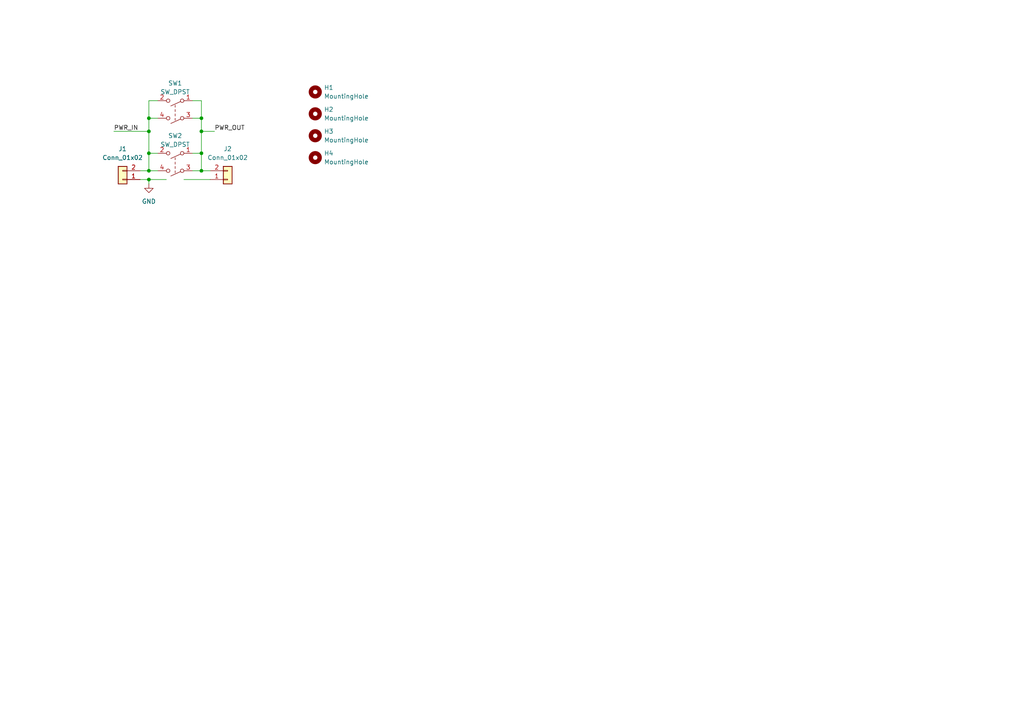
<source format=kicad_sch>
(kicad_sch (version 20230121) (generator eeschema)
  (paper "A4")
  (lib_symbols
    (symbol "Connector_Generic:Conn_01x02" (pin_names (offset 1.016) hide)
      (property "Reference" "J" (at 0 2.54 0))
      (property "Value" "Conn_01x02" (at 0 -5.08 0))
      (symbol "Conn_01x02_1_1"
        (rectangle (start -1.27 -2.413) (end 0 -2.667) (stroke (width 0.1524)))
        (rectangle (start -1.27 0.127) (end 0 -0.127) (stroke (width 0.1524)))
        (rectangle (start -1.27 1.27) (end 1.27 -3.81) (stroke (width 0.254)) (fill (type background)))
        (pin passive line (at -5.08 0 0) (length 3.81) (name "Pin_1") (number "1"))
        (pin passive line (at -5.08 -2.54 0) (length 3.81) (name "Pin_2") (number "2"))
      )
    )
    (symbol "Mechanical:MountingHole" (pin_names (offset 1.016))
      (property "Reference" "H" (at 0 5.08 0))
      (property "Value" "MountingHole" (at 0 3.175 0))
      (symbol "MountingHole_0_1"
        (circle (center 0 0) (radius 1.27) (stroke (width 1.27)))
      )
    )
    (symbol "Switch:SW_DPST" (pin_names (offset 0) hide)
      (property "Reference" "SW" (at 0 5.08 0))
      (property "Value" "SW_DPST" (at 0 -5.08 0))
      (symbol "SW_DPST_0_0"
        (circle (center -2.032 -2.54) (radius 0.508))
        (circle (center -2.032 2.54) (radius 0.508))
        (polyline (pts (xy -1.524 -2.286) (xy 1.27 -1.016)))
        (polyline (pts (xy -1.524 2.794) (xy 1.27 4.064)))
        (polyline (pts (xy 0 -1.27) (xy 0 -0.635)))
        (polyline (pts (xy 0 0) (xy 0 0.635)))
        (polyline (pts (xy 0 1.27) (xy 0 1.905)))
        (polyline (pts (xy 0 2.54) (xy 0 3.175)))
        (circle (center 2.032 -2.54) (radius 0.508))
        (circle (center 2.032 2.54) (radius 0.508))
      )
      (symbol "SW_DPST_1_1"
        (pin passive line (at -5.08 -2.54 0) (length 2.54) (name "1") (number "1"))
        (pin passive line (at 5.08 -2.54 180) (length 2.54) (name "2") (number "2"))
        (pin passive line (at -5.08 2.54 0) (length 2.54) (name "3") (number "3"))
        (pin passive line (at 5.08 2.54 180) (length 2.54) (name "4") (number "4"))
      )
    )
    (symbol "power:GND" (power) (pin_names (offset 0))
      (property "Value" "GND" (at 0 -3.81 0))
      (symbol "GND_0_1"
        (polyline (pts (xy 0 0) (xy 0 -1.27) (xy 1.27 -1.27) (xy 0 -2.54) (xy -1.27 -1.27) (xy 0 -1.27)))
      )
      (symbol "GND_1_1"
        (pin power_in line (at 0 0 270) (length 0) hide (name "GND") (number "1"))
      )
    )
  )
  (junction (at 43.18 52.07))
  (junction (at 43.18 34.29))
  (junction (at 58.42 38.1))
  (junction (at 58.42 49.53))
  (junction (at 58.42 44.45))
  (junction (at 43.18 38.1))
  (junction (at 43.18 44.45))
  (junction (at 43.18 49.53))
  (junction (at 58.42 34.29))
  (wire (pts (xy 58.42 49.53) (xy 60.96 49.53)))
  (wire (pts (xy 43.18 49.53) (xy 45.72 49.53)))
  (wire (pts (xy 40.64 52.07) (xy 43.18 52.07)))
  (wire (pts (xy 55.88 49.53) (xy 58.42 49.53)))
  (wire (pts (xy 53.34 52.07) (xy 60.96 52.07)))
  (wire (pts (xy 40.64 49.53) (xy 43.18 49.53)))
  (wire (pts (xy 43.18 52.07) (xy 43.18 53.34)))
  (wire (pts (xy 45.72 29.21) (xy 43.18 29.21)))
  (wire (pts (xy 43.18 34.29) (xy 43.18 38.1)))
  (wire (pts (xy 58.42 29.21) (xy 58.42 34.29)))
  (wire (pts (xy 58.42 44.45) (xy 58.42 49.53)))
  (wire (pts (xy 45.72 44.45) (xy 43.18 44.45)))
  (wire (pts (xy 62.23 38.1) (xy 58.42 38.1)))
  (wire (pts (xy 55.88 34.29) (xy 58.42 34.29)))
  (wire (pts (xy 58.42 34.29) (xy 58.42 38.1)))
  (wire (pts (xy 43.18 38.1) (xy 43.18 44.45)))
  (wire (pts (xy 58.42 38.1) (xy 58.42 44.45)))
  (wire (pts (xy 43.18 44.45) (xy 43.18 49.53)))
  (wire (pts (xy 33.02 38.1) (xy 43.18 38.1)))
  (wire (pts (xy 43.18 52.07) (xy 48.26 52.07)))
  (wire (pts (xy 55.88 29.21) (xy 58.42 29.21)))
  (wire (pts (xy 45.72 34.29) (xy 43.18 34.29)))
  (wire (pts (xy 55.88 44.45) (xy 58.42 44.45)))
  (wire (pts (xy 43.18 29.21) (xy 43.18 34.29)))
  (label "PWR_IN" (at 33.02 38.1 0))
  (label "PWR_OUT" (at 62.23 38.1 0))
  (symbol (lib_id "Switch:SW_DPST") (at 50.8 46.99 180) (unit 1)
    (property "Reference" "SW2" (at 50.8 39.37 0))
    (property "Value" "SW_DPST" (at 50.8 41.91 0))
    (property "Footprint" "cube-batteryboard:L201011MS02Q" (effects hide))
  )
  (symbol (lib_id "Switch:SW_DPST") (at 50.8 31.75 180) (unit 1)
    (property "Reference" "SW1" (at 50.8 24.13 0))
    (property "Value" "SW_DPST" (at 50.8 26.67 0))
    (property "Footprint" "cube-batteryboard:L201011MS02Q" (effects hide))
  )
  (symbol (lib_id "power:GND") (at 43.18 53.34 0) (unit 1)
    (property "Reference" "#PWR01" (effects hide))
    (property "Value" "GND" (at 43.18 58.42 0))
  )
  (symbol (lib_id "Mechanical:MountingHole") (at 91.44 45.72 0) (unit 1)
    (property "Reference" "H4" (at 93.98 44.45 0) (effects (justify left)))
    (property "Value" "MountingHole" (at 93.98 46.99 0) (effects (justify left)))
    (property "Footprint" "MountingHole:MountingHole_3.2mm_M3_DIN965_Pad" (effects hide))
  )
  (symbol (lib_id "Mechanical:MountingHole") (at 91.44 26.67 0) (unit 1)
    (property "Reference" "H1" (at 93.98 25.4 0) (effects (justify left)))
    (property "Value" "MountingHole" (at 93.98 27.94 0) (effects (justify left)))
    (property "Footprint" "MountingHole:MountingHole_3.2mm_M3_DIN965_Pad" (effects hide))
  )
  (symbol (lib_id "Connector_Generic:Conn_01x02") (at 35.56 52.07 180) (unit 1)
    (property "Reference" "J1" (at 35.56 43.18 0))
    (property "Value" "Conn_01x02" (at 35.56 45.72 0))
    (property "Footprint" "Connector_AMASS:AMASS_XT60-M_1x02_P7.20mm_Vertical" (effects hide))
  )
  (symbol (lib_id "Mechanical:MountingHole") (at 91.44 33.02 0) (unit 1)
    (property "Reference" "H2" (at 93.98 31.75 0) (effects (justify left)))
    (property "Value" "MountingHole" (at 93.98 34.29 0) (effects (justify left)))
    (property "Footprint" "MountingHole:MountingHole_3.2mm_M3_DIN965_Pad" (effects hide))
  )
  (symbol (lib_id "Mechanical:MountingHole") (at 91.44 39.37 0) (unit 1)
    (property "Reference" "H3" (at 93.98 38.1 0) (effects (justify left)))
    (property "Value" "MountingHole" (at 93.98 40.64 0) (effects (justify left)))
    (property "Footprint" "MountingHole:MountingHole_3.2mm_M3_DIN965_Pad" (effects hide))
  )
  (symbol (lib_id "Connector_Generic:Conn_01x02") (at 66.04 52.07 0) (mirror x) (unit 1)
    (property "Reference" "J2" (at 66.04 43.18 0))
    (property "Value" "Conn_01x02" (at 66.04 45.72 0))
    (property "Footprint" "Connector_AMASS:AMASS_XT60-F_1x02_P7.20mm_Vertical" (effects hide))
  )
)
</source>
